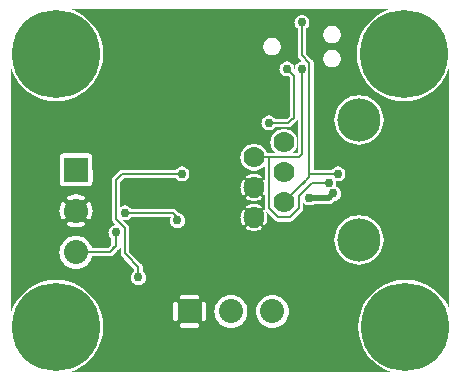
<source format=gbr>
G04 start of page 3 for group 1 idx 1 *
G04 Title: (unknown), bottom *
G04 Creator: pcb 4.0.2 *
G04 CreationDate: Wed Oct 14 23:18:56 2020 UTC *
G04 For: ndholmes *
G04 Format: Gerber/RS-274X *
G04 PCB-Dimensions (mil): 1500.00 1250.00 *
G04 PCB-Coordinate-Origin: lower left *
%MOIN*%
%FSLAX25Y25*%
%LNBOTTOM*%
%ADD41C,0.0390*%
%ADD40C,0.0472*%
%ADD39C,0.1280*%
%ADD38C,0.1285*%
%ADD37C,0.0150*%
%ADD36C,0.0140*%
%ADD35C,0.0300*%
%ADD34C,0.0800*%
%ADD33C,0.1440*%
%ADD32C,0.0700*%
%ADD31C,0.2937*%
%ADD30C,0.0200*%
%ADD29C,0.0080*%
%ADD28C,0.0001*%
G54D28*G36*
X95993Y84513D02*X97201Y85721D01*
X97243Y85757D01*
X97386Y85924D01*
X97386Y85925D01*
X97501Y86112D01*
X97586Y86316D01*
X97600Y86376D01*
Y75080D01*
X97420Y74900D01*
X95993D01*
Y75138D01*
X96192Y75308D01*
X96652Y75847D01*
X97022Y76451D01*
X97293Y77105D01*
X97458Y77794D01*
X97500Y78500D01*
X97458Y79206D01*
X97293Y79895D01*
X97022Y80549D01*
X96652Y81153D01*
X96192Y81692D01*
X95993Y81862D01*
Y84513D01*
G37*
G36*
X117987Y14430D02*X118538Y12138D01*
X119482Y9858D01*
X120772Y7753D01*
X122376Y5876D01*
X124253Y4272D01*
X126358Y2982D01*
X128638Y2038D01*
X128795Y2000D01*
X117987D01*
Y14430D01*
G37*
G36*
Y103348D02*X118038Y103138D01*
X118982Y100858D01*
X120272Y98753D01*
X121876Y96876D01*
X123753Y95272D01*
X125858Y93982D01*
X128138Y93038D01*
X130539Y92461D01*
X133000Y92268D01*
X135461Y92461D01*
X137862Y93038D01*
X140142Y93982D01*
X142247Y95272D01*
X144124Y96876D01*
X145728Y98753D01*
X147018Y100858D01*
X147962Y103138D01*
X148000Y103295D01*
Y22978D01*
X147518Y24142D01*
X146228Y26247D01*
X144624Y28124D01*
X142747Y29728D01*
X140642Y31018D01*
X138362Y31962D01*
X135961Y32539D01*
X133500Y32732D01*
X131039Y32539D01*
X128638Y31962D01*
X126358Y31018D01*
X124253Y29728D01*
X122376Y28124D01*
X120772Y26247D01*
X119482Y24142D01*
X118538Y21862D01*
X117987Y19570D01*
Y37776D01*
X118000Y37775D01*
X119287Y37876D01*
X120542Y38177D01*
X121734Y38671D01*
X122835Y39346D01*
X123816Y40184D01*
X124654Y41165D01*
X125329Y42266D01*
X125823Y43458D01*
X126124Y44713D01*
X126200Y46000D01*
X126124Y47287D01*
X125823Y48542D01*
X125329Y49734D01*
X124654Y50835D01*
X123816Y51816D01*
X122835Y52654D01*
X121734Y53329D01*
X120542Y53823D01*
X119287Y54124D01*
X118000Y54225D01*
X117987Y54224D01*
Y77776D01*
X118000Y77775D01*
X119287Y77876D01*
X120542Y78177D01*
X121734Y78671D01*
X122835Y79346D01*
X123816Y80184D01*
X124654Y81165D01*
X125329Y82266D01*
X125823Y83458D01*
X126124Y84713D01*
X126200Y86000D01*
X126124Y87287D01*
X125823Y88542D01*
X125329Y89734D01*
X124654Y90835D01*
X123816Y91816D01*
X122835Y92654D01*
X121734Y93329D01*
X120542Y93823D01*
X119287Y94124D01*
X118000Y94225D01*
X117987Y94224D01*
Y103348D01*
G37*
G36*
Y123000D02*X128295D01*
X128138Y122962D01*
X125858Y122018D01*
X123753Y120728D01*
X121876Y119124D01*
X120272Y117247D01*
X118982Y115142D01*
X118038Y112862D01*
X117987Y112652D01*
Y123000D01*
G37*
G36*
X108995D02*X117987D01*
Y112652D01*
X117461Y110461D01*
X117268Y108000D01*
X117461Y105539D01*
X117987Y103348D01*
Y94224D01*
X116713Y94124D01*
X115458Y93823D01*
X114266Y93329D01*
X113165Y92654D01*
X112184Y91816D01*
X111346Y90835D01*
X110671Y89734D01*
X110177Y88542D01*
X109876Y87287D01*
X109775Y86000D01*
X109876Y84713D01*
X110177Y83458D01*
X110671Y82266D01*
X111346Y81165D01*
X112184Y80184D01*
X113165Y79346D01*
X114266Y78671D01*
X115458Y78177D01*
X116713Y77876D01*
X117987Y77776D01*
Y54224D01*
X116713Y54124D01*
X115458Y53823D01*
X114266Y53329D01*
X113165Y52654D01*
X112184Y51816D01*
X111346Y50835D01*
X110671Y49734D01*
X110177Y48542D01*
X109876Y47287D01*
X109775Y46000D01*
X109876Y44713D01*
X110177Y43458D01*
X110671Y42266D01*
X111346Y41165D01*
X112184Y40184D01*
X113165Y39346D01*
X114266Y38671D01*
X115458Y38177D01*
X116713Y37876D01*
X117987Y37776D01*
Y19570D01*
X117961Y19461D01*
X117768Y17000D01*
X117961Y14539D01*
X117987Y14430D01*
Y2000D01*
X108995D01*
Y58264D01*
X109179Y58377D01*
X109419Y58581D01*
X109470Y58641D01*
X109848Y59020D01*
X109892Y59023D01*
X110275Y59115D01*
X110638Y59266D01*
X110974Y59471D01*
X111273Y59727D01*
X111529Y60026D01*
X111734Y60362D01*
X111885Y60725D01*
X111977Y61108D01*
X112000Y61500D01*
X111977Y61892D01*
X111885Y62275D01*
X111734Y62638D01*
X111529Y62974D01*
X111273Y63273D01*
X110974Y63529D01*
X110638Y63734D01*
X110275Y63885D01*
X110247Y63892D01*
X110385Y64225D01*
X110477Y64608D01*
X110500Y65000D01*
X110477Y65392D01*
X110435Y65565D01*
X110608Y65523D01*
X111000Y65492D01*
X111392Y65523D01*
X111775Y65615D01*
X112138Y65766D01*
X112474Y65971D01*
X112773Y66227D01*
X113029Y66526D01*
X113234Y66862D01*
X113385Y67225D01*
X113477Y67608D01*
X113500Y68000D01*
X113477Y68392D01*
X113385Y68775D01*
X113234Y69138D01*
X113029Y69474D01*
X112773Y69773D01*
X112474Y70029D01*
X112138Y70234D01*
X111775Y70385D01*
X111392Y70477D01*
X111000Y70508D01*
X110608Y70477D01*
X110225Y70385D01*
X109862Y70234D01*
X109526Y70029D01*
X109227Y69773D01*
X108995Y69502D01*
Y103541D01*
X109000Y103541D01*
X109463Y103577D01*
X109914Y103686D01*
X110343Y103863D01*
X110739Y104106D01*
X111092Y104408D01*
X111394Y104761D01*
X111637Y105157D01*
X111814Y105586D01*
X111923Y106037D01*
X111950Y106500D01*
X111923Y106963D01*
X111814Y107414D01*
X111637Y107843D01*
X111394Y108239D01*
X111092Y108592D01*
X110739Y108894D01*
X110343Y109137D01*
X109914Y109314D01*
X109463Y109423D01*
X109000Y109459D01*
X108995Y109459D01*
Y111541D01*
X109000Y111541D01*
X109463Y111577D01*
X109914Y111686D01*
X110343Y111863D01*
X110739Y112106D01*
X111092Y112408D01*
X111394Y112761D01*
X111637Y113157D01*
X111814Y113586D01*
X111923Y114037D01*
X111950Y114500D01*
X111923Y114963D01*
X111814Y115414D01*
X111637Y115843D01*
X111394Y116239D01*
X111092Y116592D01*
X110739Y116894D01*
X110343Y117137D01*
X109914Y117314D01*
X109463Y117423D01*
X109000Y117459D01*
X108995Y117459D01*
Y123000D01*
G37*
G36*
Y2000D02*X95993D01*
Y52507D01*
X96029Y52549D01*
X98951Y55471D01*
X98993Y55507D01*
X99136Y55674D01*
X99136Y55675D01*
X99251Y55862D01*
X99336Y56066D01*
X99387Y56280D01*
X99404Y56500D01*
X99400Y56555D01*
Y58642D01*
X99471Y58526D01*
X99727Y58227D01*
X100026Y57971D01*
X100362Y57766D01*
X100725Y57615D01*
X101108Y57523D01*
X101500Y57492D01*
X101892Y57523D01*
X102275Y57615D01*
X102638Y57766D01*
X102974Y57971D01*
X103008Y58000D01*
X107922D01*
X108000Y57994D01*
X108314Y58019D01*
X108620Y58092D01*
X108911Y58212D01*
X108995Y58264D01*
Y2000D01*
G37*
G36*
X95993Y123000D02*X108995D01*
Y117459D01*
X108537Y117423D01*
X108086Y117314D01*
X107657Y117137D01*
X107261Y116894D01*
X106908Y116592D01*
X106606Y116239D01*
X106363Y115843D01*
X106186Y115414D01*
X106077Y114963D01*
X106041Y114500D01*
X106077Y114037D01*
X106186Y113586D01*
X106363Y113157D01*
X106606Y112761D01*
X106908Y112408D01*
X107261Y112106D01*
X107657Y111863D01*
X108086Y111686D01*
X108537Y111577D01*
X108995Y111541D01*
Y109459D01*
X108537Y109423D01*
X108086Y109314D01*
X107657Y109137D01*
X107261Y108894D01*
X106908Y108592D01*
X106606Y108239D01*
X106363Y107843D01*
X106186Y107414D01*
X106077Y106963D01*
X106041Y106500D01*
X106077Y106037D01*
X106186Y105586D01*
X106363Y105157D01*
X106606Y104761D01*
X106908Y104408D01*
X107261Y104106D01*
X107657Y103863D01*
X108086Y103686D01*
X108537Y103577D01*
X108995Y103541D01*
Y69502D01*
X108971Y69474D01*
X108926Y69400D01*
X102900D01*
Y104945D01*
X102904Y105000D01*
X102887Y105220D01*
X102836Y105434D01*
X102751Y105638D01*
X102636Y105825D01*
X102636Y105826D01*
X102493Y105993D01*
X102451Y106029D01*
X100400Y108080D01*
Y116426D01*
X100474Y116471D01*
X100773Y116727D01*
X101029Y117026D01*
X101234Y117362D01*
X101385Y117725D01*
X101477Y118108D01*
X101500Y118500D01*
X101477Y118892D01*
X101385Y119275D01*
X101234Y119638D01*
X101029Y119974D01*
X100773Y120273D01*
X100474Y120529D01*
X100138Y120734D01*
X99775Y120885D01*
X99392Y120977D01*
X99000Y121008D01*
X98608Y120977D01*
X98225Y120885D01*
X97862Y120734D01*
X97526Y120529D01*
X97227Y120273D01*
X96971Y119974D01*
X96766Y119638D01*
X96615Y119275D01*
X96523Y118892D01*
X96492Y118500D01*
X96523Y118108D01*
X96615Y117725D01*
X96766Y117362D01*
X96971Y117026D01*
X97227Y116727D01*
X97526Y116471D01*
X97600Y116426D01*
Y107555D01*
X97596Y107500D01*
X97613Y107280D01*
X97664Y107066D01*
X97749Y106862D01*
X97864Y106675D01*
X97864Y106674D01*
X98007Y106507D01*
X98049Y106471D01*
X99013Y105507D01*
X99000Y105508D01*
X98608Y105477D01*
X98225Y105385D01*
X97862Y105234D01*
X97526Y105029D01*
X97227Y104773D01*
X96971Y104474D01*
X96766Y104138D01*
X96615Y103775D01*
X96523Y103392D01*
X96497Y103056D01*
X96477Y103392D01*
X96385Y103775D01*
X96234Y104138D01*
X96029Y104474D01*
X95993Y104516D01*
Y123000D01*
G37*
G36*
Y74900D02*X95714D01*
X95993Y75138D01*
Y74900D01*
G37*
G36*
X89106Y53415D02*X89971Y52549D01*
X90007Y52507D01*
X90174Y52364D01*
X90175Y52364D01*
X90362Y52249D01*
X90566Y52164D01*
X90780Y52113D01*
X91000Y52096D01*
X91055Y52100D01*
X94945D01*
X95000Y52096D01*
X95220Y52113D01*
X95434Y52164D01*
X95638Y52249D01*
X95825Y52364D01*
X95993Y52507D01*
X95993Y52507D01*
Y2000D01*
X89106D01*
Y16657D01*
X89114Y16656D01*
X89977Y16724D01*
X90819Y16926D01*
X91619Y17257D01*
X92357Y17710D01*
X93015Y18272D01*
X93577Y18930D01*
X94030Y19668D01*
X94361Y20468D01*
X94563Y21310D01*
X94614Y22173D01*
X94563Y23036D01*
X94361Y23878D01*
X94030Y24678D01*
X93577Y25416D01*
X93015Y26074D01*
X92357Y26636D01*
X91619Y27089D01*
X90819Y27420D01*
X89977Y27622D01*
X89114Y27690D01*
X89106Y27689D01*
Y53415D01*
G37*
G36*
X83002Y68986D02*X83706Y69042D01*
X84395Y69207D01*
X85049Y69478D01*
X85653Y69848D01*
X86192Y70308D01*
X86600Y70786D01*
Y66018D01*
X86565Y66030D01*
X86487Y66044D01*
X86408Y66045D01*
X86329Y66033D01*
X86254Y66010D01*
X86183Y65975D01*
X86118Y65929D01*
X86061Y65874D01*
X86013Y65811D01*
X85976Y65741D01*
X85951Y65666D01*
X85937Y65588D01*
X85936Y65508D01*
X85948Y65430D01*
X85971Y65354D01*
X86007Y65284D01*
X86157Y65010D01*
X86279Y64723D01*
X86375Y64426D01*
X86444Y64121D01*
X86486Y63812D01*
X86500Y63500D01*
X86486Y63188D01*
X86444Y62879D01*
X86375Y62574D01*
X86279Y62277D01*
X86157Y61990D01*
X86010Y61714D01*
X85974Y61645D01*
X85951Y61569D01*
X85940Y61491D01*
X85941Y61413D01*
X85954Y61335D01*
X85980Y61261D01*
X86016Y61191D01*
X86064Y61128D01*
X86120Y61073D01*
X86184Y61028D01*
X86255Y60993D01*
X86330Y60970D01*
X86408Y60959D01*
X86487Y60960D01*
X86564Y60973D01*
X86600Y60985D01*
Y56555D01*
X86596Y56500D01*
X86613Y56280D01*
X86664Y56066D01*
X86704Y55971D01*
X86640Y56004D01*
X86565Y56030D01*
X86487Y56044D01*
X86408Y56045D01*
X86329Y56033D01*
X86254Y56010D01*
X86183Y55975D01*
X86118Y55929D01*
X86061Y55874D01*
X86013Y55811D01*
X85976Y55741D01*
X85951Y55666D01*
X85937Y55588D01*
X85936Y55508D01*
X85948Y55430D01*
X85971Y55354D01*
X86007Y55284D01*
X86157Y55010D01*
X86279Y54723D01*
X86375Y54426D01*
X86444Y54121D01*
X86486Y53812D01*
X86500Y53500D01*
X86486Y53188D01*
X86444Y52879D01*
X86375Y52574D01*
X86279Y52277D01*
X86157Y51990D01*
X86010Y51714D01*
X85974Y51645D01*
X85951Y51569D01*
X85940Y51491D01*
X85941Y51413D01*
X85954Y51335D01*
X85980Y51261D01*
X86016Y51191D01*
X86064Y51128D01*
X86120Y51073D01*
X86184Y51028D01*
X86255Y50993D01*
X86330Y50970D01*
X86408Y50959D01*
X86487Y50960D01*
X86564Y50973D01*
X86639Y50999D01*
X86708Y51035D01*
X86771Y51083D01*
X86826Y51139D01*
X86870Y51204D01*
X87064Y51556D01*
X87221Y51926D01*
X87344Y52309D01*
X87433Y52700D01*
X87487Y53099D01*
X87504Y53500D01*
X87487Y53901D01*
X87433Y54300D01*
X87344Y54691D01*
X87221Y55074D01*
X87064Y55444D01*
X87049Y55471D01*
X87049Y55471D01*
X89106Y53415D01*
Y27689D01*
X88251Y27622D01*
X87409Y27420D01*
X86609Y27089D01*
X85871Y26636D01*
X85213Y26074D01*
X84651Y25416D01*
X84198Y24678D01*
X83867Y23878D01*
X83665Y23036D01*
X83597Y22173D01*
X83665Y21310D01*
X83867Y20468D01*
X84198Y19668D01*
X84651Y18930D01*
X85213Y18272D01*
X85871Y17710D01*
X86609Y17257D01*
X87409Y16926D01*
X88251Y16724D01*
X89106Y16657D01*
Y2000D01*
X83002D01*
Y48996D01*
X83401Y49013D01*
X83800Y49067D01*
X84191Y49156D01*
X84574Y49279D01*
X84944Y49436D01*
X85298Y49626D01*
X85363Y49671D01*
X85420Y49726D01*
X85468Y49790D01*
X85504Y49860D01*
X85530Y49935D01*
X85544Y50013D01*
X85545Y50092D01*
X85533Y50171D01*
X85510Y50246D01*
X85475Y50317D01*
X85429Y50382D01*
X85374Y50439D01*
X85311Y50487D01*
X85241Y50524D01*
X85166Y50549D01*
X85088Y50563D01*
X85008Y50564D01*
X84930Y50552D01*
X84854Y50529D01*
X84784Y50493D01*
X84510Y50343D01*
X84223Y50221D01*
X83926Y50125D01*
X83621Y50056D01*
X83312Y50014D01*
X83002Y50000D01*
Y57000D01*
X83312Y56986D01*
X83621Y56944D01*
X83926Y56875D01*
X84223Y56779D01*
X84510Y56657D01*
X84786Y56510D01*
X84855Y56474D01*
X84931Y56451D01*
X85009Y56440D01*
X85087Y56441D01*
X85165Y56454D01*
X85239Y56480D01*
X85309Y56516D01*
X85372Y56564D01*
X85427Y56620D01*
X85472Y56684D01*
X85507Y56755D01*
X85530Y56830D01*
X85541Y56908D01*
X85540Y56987D01*
X85527Y57064D01*
X85501Y57139D01*
X85465Y57208D01*
X85417Y57271D01*
X85361Y57326D01*
X85296Y57370D01*
X84944Y57564D01*
X84574Y57721D01*
X84191Y57844D01*
X83800Y57933D01*
X83401Y57987D01*
X83002Y58004D01*
Y58996D01*
X83401Y59013D01*
X83800Y59067D01*
X84191Y59156D01*
X84574Y59279D01*
X84944Y59436D01*
X85298Y59626D01*
X85363Y59671D01*
X85420Y59726D01*
X85468Y59790D01*
X85504Y59860D01*
X85530Y59935D01*
X85544Y60013D01*
X85545Y60092D01*
X85533Y60171D01*
X85510Y60246D01*
X85475Y60317D01*
X85429Y60382D01*
X85374Y60439D01*
X85311Y60487D01*
X85241Y60524D01*
X85166Y60549D01*
X85088Y60563D01*
X85008Y60564D01*
X84930Y60552D01*
X84854Y60529D01*
X84784Y60493D01*
X84510Y60343D01*
X84223Y60221D01*
X83926Y60125D01*
X83621Y60056D01*
X83312Y60014D01*
X83002Y60000D01*
Y67000D01*
X83312Y66986D01*
X83621Y66944D01*
X83926Y66875D01*
X84223Y66779D01*
X84510Y66657D01*
X84786Y66510D01*
X84855Y66474D01*
X84931Y66451D01*
X85009Y66440D01*
X85087Y66441D01*
X85165Y66454D01*
X85239Y66480D01*
X85309Y66516D01*
X85372Y66564D01*
X85427Y66620D01*
X85472Y66684D01*
X85507Y66755D01*
X85530Y66830D01*
X85541Y66908D01*
X85540Y66987D01*
X85527Y67064D01*
X85501Y67139D01*
X85465Y67208D01*
X85417Y67271D01*
X85361Y67326D01*
X85296Y67370D01*
X84944Y67564D01*
X84574Y67721D01*
X84191Y67844D01*
X83800Y67933D01*
X83401Y67987D01*
X83002Y68004D01*
Y68986D01*
G37*
G36*
X88995Y76422D02*X89348Y75847D01*
X89808Y75308D01*
X90286Y74900D01*
X88995D01*
Y76422D01*
G37*
G36*
Y82706D02*X89138Y82766D01*
X89474Y82971D01*
X89773Y83227D01*
X90029Y83526D01*
X90074Y83600D01*
X94445D01*
X94500Y83596D01*
X94720Y83613D01*
X94934Y83664D01*
X95138Y83749D01*
X95325Y83864D01*
X95493Y84007D01*
X95529Y84049D01*
X95993Y84513D01*
Y81862D01*
X95653Y82152D01*
X95049Y82522D01*
X94395Y82793D01*
X93706Y82958D01*
X93000Y83014D01*
X92294Y82958D01*
X91605Y82793D01*
X90951Y82522D01*
X90347Y82152D01*
X89808Y81692D01*
X89348Y81153D01*
X88995Y80578D01*
Y82706D01*
G37*
G36*
Y123000D02*X95993D01*
Y104516D01*
X95773Y104773D01*
X95474Y105029D01*
X95138Y105234D01*
X94775Y105385D01*
X94392Y105477D01*
X94000Y105508D01*
X93608Y105477D01*
X93225Y105385D01*
X92862Y105234D01*
X92526Y105029D01*
X92227Y104773D01*
X91971Y104474D01*
X91766Y104138D01*
X91615Y103775D01*
X91523Y103392D01*
X91492Y103000D01*
X91523Y102608D01*
X91615Y102225D01*
X91766Y101862D01*
X91971Y101526D01*
X92227Y101227D01*
X92526Y100971D01*
X92862Y100766D01*
X93225Y100615D01*
X93608Y100523D01*
X94000Y100492D01*
X94392Y100523D01*
X94477Y100543D01*
X94850Y100170D01*
Y87330D01*
X93920Y86400D01*
X90074D01*
X90029Y86474D01*
X89773Y86773D01*
X89474Y87029D01*
X89138Y87234D01*
X88995Y87294D01*
Y107541D01*
X89000Y107541D01*
X89463Y107577D01*
X89914Y107686D01*
X90343Y107863D01*
X90739Y108106D01*
X91092Y108408D01*
X91394Y108761D01*
X91637Y109157D01*
X91814Y109586D01*
X91923Y110037D01*
X91950Y110500D01*
X91923Y110963D01*
X91814Y111414D01*
X91637Y111843D01*
X91394Y112239D01*
X91092Y112592D01*
X90739Y112894D01*
X90343Y113137D01*
X89914Y113314D01*
X89463Y113423D01*
X89000Y113459D01*
X88995Y113459D01*
Y123000D01*
G37*
G36*
X83002D02*X88995D01*
Y113459D01*
X88537Y113423D01*
X88086Y113314D01*
X87657Y113137D01*
X87261Y112894D01*
X86908Y112592D01*
X86606Y112239D01*
X86363Y111843D01*
X86186Y111414D01*
X86077Y110963D01*
X86041Y110500D01*
X86077Y110037D01*
X86186Y109586D01*
X86363Y109157D01*
X86606Y108761D01*
X86908Y108408D01*
X87261Y108106D01*
X87657Y107863D01*
X88086Y107686D01*
X88537Y107577D01*
X88995Y107541D01*
Y87294D01*
X88775Y87385D01*
X88392Y87477D01*
X88000Y87508D01*
X87608Y87477D01*
X87225Y87385D01*
X86862Y87234D01*
X86526Y87029D01*
X86227Y86773D01*
X85971Y86474D01*
X85766Y86138D01*
X85615Y85775D01*
X85523Y85392D01*
X85492Y85000D01*
X85523Y84608D01*
X85615Y84225D01*
X85766Y83862D01*
X85971Y83526D01*
X86227Y83227D01*
X86526Y82971D01*
X86862Y82766D01*
X87225Y82615D01*
X87608Y82523D01*
X88000Y82492D01*
X88392Y82523D01*
X88775Y82615D01*
X88995Y82706D01*
Y80578D01*
X88978Y80549D01*
X88707Y79895D01*
X88542Y79206D01*
X88486Y78500D01*
X88542Y77794D01*
X88707Y77105D01*
X88978Y76451D01*
X88995Y76422D01*
Y74900D01*
X88055D01*
X88000Y74904D01*
X87945Y74900D01*
X87291D01*
X87022Y75549D01*
X86652Y76153D01*
X86192Y76692D01*
X85653Y77152D01*
X85049Y77522D01*
X84395Y77793D01*
X83706Y77958D01*
X83002Y78014D01*
Y123000D01*
G37*
G36*
X79280Y70959D02*X79348Y70847D01*
X79808Y70308D01*
X80347Y69848D01*
X80951Y69478D01*
X81605Y69207D01*
X82294Y69042D01*
X83000Y68986D01*
X83002Y68986D01*
Y68004D01*
X83000Y68004D01*
X82599Y67987D01*
X82200Y67933D01*
X81809Y67844D01*
X81426Y67721D01*
X81056Y67564D01*
X80702Y67374D01*
X80637Y67329D01*
X80580Y67274D01*
X80532Y67210D01*
X80496Y67140D01*
X80470Y67065D01*
X80456Y66987D01*
X80455Y66908D01*
X80467Y66829D01*
X80490Y66754D01*
X80525Y66683D01*
X80571Y66618D01*
X80626Y66561D01*
X80689Y66513D01*
X80759Y66476D01*
X80834Y66451D01*
X80912Y66437D01*
X80992Y66436D01*
X81070Y66448D01*
X81146Y66471D01*
X81216Y66507D01*
X81490Y66657D01*
X81777Y66779D01*
X82074Y66875D01*
X82379Y66944D01*
X82688Y66986D01*
X83000Y67000D01*
X83002Y67000D01*
Y60000D01*
X83000Y60000D01*
X82688Y60014D01*
X82379Y60056D01*
X82074Y60125D01*
X81777Y60221D01*
X81490Y60343D01*
X81214Y60490D01*
X81145Y60526D01*
X81069Y60549D01*
X80991Y60560D01*
X80913Y60559D01*
X80835Y60546D01*
X80761Y60520D01*
X80691Y60484D01*
X80628Y60436D01*
X80573Y60380D01*
X80528Y60316D01*
X80493Y60245D01*
X80470Y60170D01*
X80459Y60092D01*
X80460Y60013D01*
X80473Y59936D01*
X80499Y59861D01*
X80535Y59792D01*
X80583Y59729D01*
X80639Y59674D01*
X80704Y59630D01*
X81056Y59436D01*
X81426Y59279D01*
X81809Y59156D01*
X82200Y59067D01*
X82599Y59013D01*
X83000Y58996D01*
X83002Y58996D01*
Y58004D01*
X83000Y58004D01*
X82599Y57987D01*
X82200Y57933D01*
X81809Y57844D01*
X81426Y57721D01*
X81056Y57564D01*
X80702Y57374D01*
X80637Y57329D01*
X80580Y57274D01*
X80532Y57210D01*
X80496Y57140D01*
X80470Y57065D01*
X80456Y56987D01*
X80455Y56908D01*
X80467Y56829D01*
X80490Y56754D01*
X80525Y56683D01*
X80571Y56618D01*
X80626Y56561D01*
X80689Y56513D01*
X80759Y56476D01*
X80834Y56451D01*
X80912Y56437D01*
X80992Y56436D01*
X81070Y56448D01*
X81146Y56471D01*
X81216Y56507D01*
X81490Y56657D01*
X81777Y56779D01*
X82074Y56875D01*
X82379Y56944D01*
X82688Y56986D01*
X83000Y57000D01*
X83002Y57000D01*
Y50000D01*
X83000Y50000D01*
X82688Y50014D01*
X82379Y50056D01*
X82074Y50125D01*
X81777Y50221D01*
X81490Y50343D01*
X81214Y50490D01*
X81145Y50526D01*
X81069Y50549D01*
X80991Y50560D01*
X80913Y50559D01*
X80835Y50546D01*
X80761Y50520D01*
X80691Y50484D01*
X80628Y50436D01*
X80573Y50380D01*
X80528Y50316D01*
X80493Y50245D01*
X80470Y50170D01*
X80459Y50092D01*
X80460Y50013D01*
X80473Y49936D01*
X80499Y49861D01*
X80535Y49792D01*
X80583Y49729D01*
X80639Y49674D01*
X80704Y49630D01*
X81056Y49436D01*
X81426Y49279D01*
X81809Y49156D01*
X82200Y49067D01*
X82599Y49013D01*
X83000Y48996D01*
X83002Y48996D01*
Y2000D01*
X79280D01*
Y18323D01*
X79798Y18930D01*
X80251Y19668D01*
X80582Y20468D01*
X80784Y21310D01*
X80835Y22173D01*
X80784Y23036D01*
X80582Y23878D01*
X80251Y24678D01*
X79798Y25416D01*
X79280Y26023D01*
Y51040D01*
X79290Y51032D01*
X79360Y50996D01*
X79435Y50970D01*
X79513Y50956D01*
X79592Y50955D01*
X79671Y50967D01*
X79746Y50990D01*
X79817Y51025D01*
X79882Y51071D01*
X79939Y51126D01*
X79987Y51189D01*
X80024Y51259D01*
X80049Y51334D01*
X80063Y51412D01*
X80064Y51492D01*
X80052Y51570D01*
X80029Y51646D01*
X79993Y51716D01*
X79843Y51990D01*
X79721Y52277D01*
X79625Y52574D01*
X79556Y52879D01*
X79514Y53188D01*
X79500Y53500D01*
X79514Y53812D01*
X79556Y54121D01*
X79625Y54426D01*
X79721Y54723D01*
X79843Y55010D01*
X79990Y55286D01*
X80026Y55355D01*
X80049Y55431D01*
X80060Y55509D01*
X80059Y55587D01*
X80046Y55665D01*
X80020Y55739D01*
X79984Y55809D01*
X79936Y55872D01*
X79880Y55927D01*
X79816Y55972D01*
X79745Y56007D01*
X79670Y56030D01*
X79592Y56041D01*
X79513Y56040D01*
X79436Y56027D01*
X79361Y56001D01*
X79292Y55965D01*
X79280Y55956D01*
Y61040D01*
X79290Y61032D01*
X79360Y60996D01*
X79435Y60970D01*
X79513Y60956D01*
X79592Y60955D01*
X79671Y60967D01*
X79746Y60990D01*
X79817Y61025D01*
X79882Y61071D01*
X79939Y61126D01*
X79987Y61189D01*
X80024Y61259D01*
X80049Y61334D01*
X80063Y61412D01*
X80064Y61492D01*
X80052Y61570D01*
X80029Y61646D01*
X79993Y61716D01*
X79843Y61990D01*
X79721Y62277D01*
X79625Y62574D01*
X79556Y62879D01*
X79514Y63188D01*
X79500Y63500D01*
X79514Y63812D01*
X79556Y64121D01*
X79625Y64426D01*
X79721Y64723D01*
X79843Y65010D01*
X79990Y65286D01*
X80026Y65355D01*
X80049Y65431D01*
X80060Y65509D01*
X80059Y65587D01*
X80046Y65665D01*
X80020Y65739D01*
X79984Y65809D01*
X79936Y65872D01*
X79880Y65927D01*
X79816Y65972D01*
X79745Y66007D01*
X79670Y66030D01*
X79592Y66041D01*
X79513Y66040D01*
X79436Y66027D01*
X79361Y66001D01*
X79292Y65965D01*
X79280Y65956D01*
Y70959D01*
G37*
G36*
Y123000D02*X83002D01*
Y78014D01*
X83000Y78014D01*
X82294Y77958D01*
X81605Y77793D01*
X80951Y77522D01*
X80347Y77152D01*
X79808Y76692D01*
X79348Y76153D01*
X79280Y76041D01*
Y123000D01*
G37*
G36*
X66305D02*X79280D01*
Y76041D01*
X78978Y75549D01*
X78707Y74895D01*
X78542Y74206D01*
X78486Y73500D01*
X78542Y72794D01*
X78707Y72105D01*
X78978Y71451D01*
X79280Y70959D01*
Y65956D01*
X79229Y65917D01*
X79174Y65861D01*
X79130Y65796D01*
X78936Y65444D01*
X78779Y65074D01*
X78656Y64691D01*
X78567Y64300D01*
X78513Y63901D01*
X78496Y63500D01*
X78513Y63099D01*
X78567Y62700D01*
X78656Y62309D01*
X78779Y61926D01*
X78936Y61556D01*
X79126Y61202D01*
X79171Y61137D01*
X79226Y61080D01*
X79280Y61040D01*
Y55956D01*
X79229Y55917D01*
X79174Y55861D01*
X79130Y55796D01*
X78936Y55444D01*
X78779Y55074D01*
X78656Y54691D01*
X78567Y54300D01*
X78513Y53901D01*
X78496Y53500D01*
X78513Y53099D01*
X78567Y52700D01*
X78656Y52309D01*
X78779Y51926D01*
X78936Y51556D01*
X79126Y51202D01*
X79171Y51137D01*
X79226Y51080D01*
X79280Y51040D01*
Y26023D01*
X79236Y26074D01*
X78578Y26636D01*
X77840Y27089D01*
X77040Y27420D01*
X76198Y27622D01*
X75335Y27690D01*
X74472Y27622D01*
X73630Y27420D01*
X72830Y27089D01*
X72092Y26636D01*
X71434Y26074D01*
X70872Y25416D01*
X70419Y24678D01*
X70088Y23878D01*
X69886Y23036D01*
X69818Y22173D01*
X69886Y21310D01*
X70088Y20468D01*
X70419Y19668D01*
X70872Y18930D01*
X71434Y18272D01*
X72092Y17710D01*
X72830Y17257D01*
X73630Y16926D01*
X74472Y16724D01*
X75335Y16656D01*
X76198Y16724D01*
X77040Y16926D01*
X77840Y17257D01*
X78578Y17710D01*
X79236Y18272D01*
X79280Y18323D01*
Y2000D01*
X66305D01*
Y18921D01*
X66423Y18930D01*
X66537Y18958D01*
X66647Y19003D01*
X66747Y19064D01*
X66837Y19141D01*
X66914Y19231D01*
X66975Y19331D01*
X67020Y19441D01*
X67048Y19555D01*
X67055Y19673D01*
Y24673D01*
X67048Y24791D01*
X67020Y24905D01*
X66975Y25015D01*
X66914Y25115D01*
X66837Y25205D01*
X66747Y25282D01*
X66647Y25343D01*
X66537Y25388D01*
X66423Y25416D01*
X66305Y25425D01*
Y123000D01*
G37*
G36*
X61555D02*X66305D01*
Y25425D01*
X66187Y25416D01*
X66073Y25388D01*
X65963Y25343D01*
X65863Y25282D01*
X65773Y25205D01*
X65696Y25115D01*
X65635Y25015D01*
X65590Y24905D01*
X65562Y24791D01*
X65555Y24673D01*
Y19673D01*
X65562Y19555D01*
X65590Y19441D01*
X65635Y19331D01*
X65696Y19231D01*
X65773Y19141D01*
X65863Y19064D01*
X65963Y19003D01*
X66073Y18958D01*
X66187Y18930D01*
X66305Y18921D01*
Y2000D01*
X61555D01*
Y16673D01*
X64055D01*
X64173Y16680D01*
X64287Y16708D01*
X64397Y16753D01*
X64497Y16814D01*
X64587Y16891D01*
X64664Y16981D01*
X64725Y17081D01*
X64770Y17191D01*
X64798Y17305D01*
X64807Y17423D01*
X64798Y17541D01*
X64770Y17655D01*
X64725Y17765D01*
X64664Y17865D01*
X64587Y17955D01*
X64497Y18032D01*
X64397Y18093D01*
X64287Y18138D01*
X64173Y18166D01*
X64055Y18173D01*
X61555D01*
Y26173D01*
X64055D01*
X64173Y26180D01*
X64287Y26208D01*
X64397Y26253D01*
X64497Y26314D01*
X64587Y26391D01*
X64664Y26481D01*
X64725Y26581D01*
X64770Y26691D01*
X64798Y26805D01*
X64807Y26923D01*
X64798Y27041D01*
X64770Y27155D01*
X64725Y27265D01*
X64664Y27365D01*
X64587Y27455D01*
X64497Y27532D01*
X64397Y27593D01*
X64287Y27638D01*
X64173Y27666D01*
X64055Y27673D01*
X61555D01*
Y123000D01*
G37*
G36*
X56805D02*X61555D01*
Y27673D01*
X59055D01*
X58937Y27666D01*
X58823Y27638D01*
X58713Y27593D01*
X58613Y27532D01*
X58523Y27455D01*
X58446Y27365D01*
X58385Y27265D01*
X58340Y27155D01*
X58312Y27041D01*
X58303Y26923D01*
X58312Y26805D01*
X58340Y26691D01*
X58385Y26581D01*
X58446Y26481D01*
X58523Y26391D01*
X58613Y26314D01*
X58713Y26253D01*
X58823Y26208D01*
X58937Y26180D01*
X59055Y26173D01*
X61555D01*
Y18173D01*
X59055D01*
X58937Y18166D01*
X58823Y18138D01*
X58713Y18093D01*
X58613Y18032D01*
X58523Y17955D01*
X58446Y17865D01*
X58385Y17765D01*
X58340Y17655D01*
X58312Y17541D01*
X58303Y17423D01*
X58312Y17305D01*
X58340Y17191D01*
X58385Y17081D01*
X58446Y16981D01*
X58523Y16891D01*
X58613Y16814D01*
X58713Y16753D01*
X58823Y16708D01*
X58937Y16680D01*
X59055Y16673D01*
X61555D01*
Y2000D01*
X56805D01*
Y18921D01*
X56923Y18930D01*
X57037Y18958D01*
X57147Y19003D01*
X57247Y19064D01*
X57337Y19141D01*
X57414Y19231D01*
X57475Y19331D01*
X57520Y19441D01*
X57548Y19555D01*
X57555Y19673D01*
Y24673D01*
X57548Y24791D01*
X57520Y24905D01*
X57475Y25015D01*
X57414Y25115D01*
X57337Y25205D01*
X57247Y25282D01*
X57147Y25343D01*
X57037Y25388D01*
X56923Y25416D01*
X56805Y25425D01*
Y50096D01*
X57108Y50023D01*
X57500Y49992D01*
X57892Y50023D01*
X58275Y50115D01*
X58638Y50266D01*
X58974Y50471D01*
X59273Y50727D01*
X59529Y51026D01*
X59734Y51362D01*
X59885Y51725D01*
X59977Y52108D01*
X60000Y52500D01*
X59977Y52892D01*
X59885Y53275D01*
X59734Y53638D01*
X59529Y53974D01*
X59273Y54273D01*
X58974Y54529D01*
X58638Y54734D01*
X58275Y54885D01*
X58038Y54942D01*
X57029Y55951D01*
X56993Y55993D01*
X56826Y56136D01*
X56825Y56136D01*
X56805Y56149D01*
Y66600D01*
X56926D01*
X56971Y66526D01*
X57227Y66227D01*
X57526Y65971D01*
X57862Y65766D01*
X58225Y65615D01*
X58608Y65523D01*
X59000Y65492D01*
X59392Y65523D01*
X59775Y65615D01*
X60138Y65766D01*
X60474Y65971D01*
X60773Y66227D01*
X61029Y66526D01*
X61234Y66862D01*
X61385Y67225D01*
X61477Y67608D01*
X61500Y68000D01*
X61477Y68392D01*
X61385Y68775D01*
X61234Y69138D01*
X61029Y69474D01*
X60773Y69773D01*
X60474Y70029D01*
X60138Y70234D01*
X59775Y70385D01*
X59392Y70477D01*
X59000Y70508D01*
X58608Y70477D01*
X58225Y70385D01*
X57862Y70234D01*
X57526Y70029D01*
X57227Y69773D01*
X56971Y69474D01*
X56926Y69400D01*
X56805D01*
Y123000D01*
G37*
G36*
Y56149D02*X56638Y56251D01*
X56434Y56336D01*
X56220Y56387D01*
X56000Y56404D01*
X55945Y56400D01*
X42074D01*
X42029Y56474D01*
X41773Y56773D01*
X41474Y57029D01*
X41138Y57234D01*
X40775Y57385D01*
X40392Y57477D01*
X40000Y57508D01*
X39828Y57494D01*
Y66600D01*
X56805D01*
Y56149D01*
G37*
G36*
Y2000D02*X39828D01*
Y39692D01*
X43100Y36420D01*
Y35574D01*
X43026Y35529D01*
X42727Y35273D01*
X42471Y34974D01*
X42266Y34638D01*
X42115Y34275D01*
X42023Y33892D01*
X41992Y33500D01*
X42023Y33108D01*
X42115Y32725D01*
X42266Y32362D01*
X42471Y32026D01*
X42727Y31727D01*
X43026Y31471D01*
X43362Y31266D01*
X43725Y31115D01*
X44108Y31023D01*
X44500Y30992D01*
X44892Y31023D01*
X45275Y31115D01*
X45638Y31266D01*
X45974Y31471D01*
X46273Y31727D01*
X46529Y32026D01*
X46734Y32362D01*
X46885Y32725D01*
X46977Y33108D01*
X47000Y33500D01*
X46977Y33892D01*
X46885Y34275D01*
X46734Y34638D01*
X46529Y34974D01*
X46273Y35273D01*
X45974Y35529D01*
X45900Y35574D01*
Y36945D01*
X45904Y37000D01*
X45887Y37220D01*
X45836Y37434D01*
X45751Y37638D01*
X45636Y37825D01*
X45636Y37826D01*
X45493Y37993D01*
X45451Y38029D01*
X41400Y42080D01*
Y49945D01*
X41404Y50000D01*
X41387Y50220D01*
X41336Y50434D01*
X41251Y50638D01*
X41136Y50825D01*
X41136Y50826D01*
X40993Y50993D01*
X40951Y51029D01*
X39828Y52152D01*
Y52506D01*
X40000Y52492D01*
X40392Y52523D01*
X40775Y52615D01*
X41138Y52766D01*
X41474Y52971D01*
X41773Y53227D01*
X42029Y53526D01*
X42074Y53600D01*
X55250D01*
X55115Y53275D01*
X55023Y52892D01*
X54992Y52500D01*
X55023Y52108D01*
X55115Y51725D01*
X55266Y51362D01*
X55471Y51026D01*
X55727Y50727D01*
X56026Y50471D01*
X56362Y50266D01*
X56725Y50115D01*
X56805Y50096D01*
Y25425D01*
X56687Y25416D01*
X56573Y25388D01*
X56463Y25343D01*
X56363Y25282D01*
X56273Y25205D01*
X56196Y25115D01*
X56135Y25015D01*
X56090Y24905D01*
X56062Y24791D01*
X56055Y24673D01*
Y19673D01*
X56062Y19555D01*
X56090Y19441D01*
X56135Y19331D01*
X56196Y19231D01*
X56273Y19141D01*
X56363Y19064D01*
X56463Y19003D01*
X56573Y18958D01*
X56687Y18930D01*
X56805Y18921D01*
Y2000D01*
G37*
G36*
X39828Y123000D02*X56805D01*
Y69400D01*
X39828D01*
Y123000D01*
G37*
G36*
Y57494D02*X39608Y57477D01*
X39225Y57385D01*
X38862Y57234D01*
X38526Y57029D01*
X38400Y56921D01*
Y65420D01*
X39580Y66600D01*
X39828D01*
Y57494D01*
G37*
G36*
Y52152D02*X39409Y52571D01*
X39608Y52523D01*
X39828Y52506D01*
Y52152D01*
G37*
G36*
X23673Y36369D02*X24536Y36437D01*
X25378Y36639D01*
X26178Y36970D01*
X26916Y37423D01*
X27574Y37985D01*
X28136Y38643D01*
X28589Y39381D01*
X28920Y40181D01*
X28993Y40486D01*
X34831D01*
X34886Y40482D01*
X35105Y40499D01*
X35106Y40499D01*
X35106Y40499D01*
X35106D01*
X35129Y40504D01*
X35320Y40550D01*
X35320Y40550D01*
X35320Y40550D01*
X35358Y40566D01*
X35524Y40635D01*
X35524Y40635D01*
X35524Y40635D01*
X35587Y40673D01*
X35711Y40750D01*
X35711Y40750D01*
X35711Y40750D01*
X35712Y40750D01*
X35879Y40893D01*
X35915Y40935D01*
X37440Y42460D01*
X37496Y42474D01*
X37729Y42570D01*
X37943Y42702D01*
X38135Y42865D01*
X38298Y43057D01*
X38430Y43271D01*
X38526Y43504D01*
X38585Y43749D01*
X38600Y44000D01*
Y41555D01*
X38596Y41500D01*
X38613Y41280D01*
X38664Y41066D01*
X38749Y40862D01*
X38864Y40675D01*
X38864Y40674D01*
X39007Y40507D01*
X39049Y40471D01*
X39828Y39692D01*
Y2000D01*
X23673D01*
Y2788D01*
X24142Y2982D01*
X26247Y4272D01*
X28124Y5876D01*
X29728Y7753D01*
X31018Y9858D01*
X31962Y12138D01*
X32539Y14539D01*
X32684Y17000D01*
X32539Y19461D01*
X31962Y21862D01*
X31018Y24142D01*
X29728Y26247D01*
X28124Y28124D01*
X26247Y29728D01*
X24142Y31018D01*
X23673Y31212D01*
Y36369D01*
G37*
G36*
X28166Y123000D02*X39828D01*
Y69400D01*
X39055D01*
X39000Y69404D01*
X38780Y69387D01*
X38566Y69336D01*
X38362Y69251D01*
X38175Y69136D01*
X38174Y69136D01*
X38007Y68993D01*
X37971Y68951D01*
X36049Y67029D01*
X36007Y66993D01*
X35864Y66825D01*
X35749Y66638D01*
X35664Y66434D01*
X35613Y66220D01*
X35596Y66000D01*
X35600Y65945D01*
Y53055D01*
X35596Y53000D01*
X35613Y52780D01*
X35664Y52566D01*
X35749Y52362D01*
X35864Y52175D01*
X35864Y52174D01*
X36007Y52007D01*
X36049Y51971D01*
X37013Y51007D01*
X37000Y51008D01*
X36608Y50977D01*
X36225Y50885D01*
X35862Y50734D01*
X35526Y50529D01*
X35227Y50273D01*
X34971Y49974D01*
X34766Y49638D01*
X34615Y49275D01*
X34523Y48892D01*
X34492Y48500D01*
X34523Y48108D01*
X34615Y47725D01*
X34766Y47362D01*
X34971Y47026D01*
X35227Y46727D01*
X35400Y46579D01*
Y44380D01*
X34306Y43286D01*
X28993D01*
X28920Y43591D01*
X28589Y44391D01*
X28166Y45081D01*
Y52810D01*
X28251Y52846D01*
X28352Y52908D01*
X28442Y52984D01*
X28518Y53074D01*
X28578Y53176D01*
X28795Y53645D01*
X28962Y54134D01*
X29082Y54637D01*
X29155Y55149D01*
X29179Y55665D01*
X29155Y56181D01*
X29082Y56693D01*
X28962Y57196D01*
X28795Y57685D01*
X28583Y58157D01*
X28522Y58258D01*
X28445Y58349D01*
X28355Y58426D01*
X28253Y58488D01*
X28166Y58525D01*
Y64025D01*
X28356Y64104D01*
X28557Y64228D01*
X28737Y64381D01*
X28890Y64561D01*
X29014Y64762D01*
X29104Y64980D01*
X29159Y65210D01*
X29173Y65445D01*
X29159Y73680D01*
X29104Y73910D01*
X29014Y74128D01*
X28890Y74329D01*
X28737Y74509D01*
X28557Y74662D01*
X28356Y74786D01*
X28166Y74865D01*
Y96924D01*
X29728Y98753D01*
X31018Y100858D01*
X31962Y103138D01*
X32539Y105539D01*
X32684Y108000D01*
X32539Y110461D01*
X31962Y112862D01*
X31018Y115142D01*
X29728Y117247D01*
X28166Y119076D01*
Y123000D01*
G37*
G36*
Y74865D02*X28138Y74876D01*
X27908Y74931D01*
X27673Y74945D01*
X23673Y74938D01*
Y93788D01*
X24142Y93982D01*
X26247Y95272D01*
X28124Y96876D01*
X28166Y96924D01*
Y74865D01*
G37*
G36*
Y45081D02*X28136Y45129D01*
X27574Y45787D01*
X26916Y46349D01*
X26178Y46802D01*
X25378Y47133D01*
X24536Y47335D01*
X23673Y47403D01*
Y50159D01*
X24189Y50183D01*
X24701Y50256D01*
X25204Y50376D01*
X25693Y50543D01*
X26165Y50755D01*
X26266Y50816D01*
X26357Y50893D01*
X26434Y50983D01*
X26496Y51085D01*
X26542Y51194D01*
X26570Y51310D01*
X26579Y51428D01*
X26570Y51546D01*
X26543Y51662D01*
X26497Y51772D01*
X26435Y51873D01*
X26359Y51963D01*
X26268Y52041D01*
X26167Y52103D01*
X26058Y52149D01*
X25942Y52176D01*
X25824Y52186D01*
X25705Y52177D01*
X25590Y52149D01*
X25481Y52102D01*
X25141Y51944D01*
X24785Y51823D01*
X24420Y51735D01*
X24048Y51683D01*
X23673Y51665D01*
Y59665D01*
X24048Y59647D01*
X24420Y59595D01*
X24785Y59507D01*
X25141Y59386D01*
X25483Y59232D01*
X25591Y59185D01*
X25706Y59158D01*
X25824Y59148D01*
X25941Y59158D01*
X26056Y59186D01*
X26165Y59231D01*
X26266Y59293D01*
X26355Y59370D01*
X26432Y59460D01*
X26493Y59560D01*
X26538Y59669D01*
X26566Y59784D01*
X26575Y59902D01*
X26565Y60020D01*
X26538Y60134D01*
X26492Y60243D01*
X26430Y60344D01*
X26354Y60434D01*
X26264Y60510D01*
X26162Y60570D01*
X25693Y60787D01*
X25204Y60954D01*
X24701Y61074D01*
X24189Y61147D01*
X23673Y61171D01*
Y63952D01*
X27908Y63959D01*
X28138Y64014D01*
X28166Y64025D01*
Y58525D01*
X28144Y58534D01*
X28028Y58562D01*
X27910Y58571D01*
X27792Y58562D01*
X27676Y58535D01*
X27566Y58489D01*
X27465Y58427D01*
X27375Y58351D01*
X27297Y58260D01*
X27235Y58159D01*
X27189Y58050D01*
X27162Y57934D01*
X27152Y57816D01*
X27161Y57697D01*
X27189Y57582D01*
X27236Y57473D01*
X27394Y57133D01*
X27515Y56777D01*
X27603Y56412D01*
X27655Y56040D01*
X27673Y55665D01*
X27655Y55290D01*
X27603Y54918D01*
X27515Y54553D01*
X27394Y54197D01*
X27240Y53855D01*
X27193Y53747D01*
X27166Y53632D01*
X27156Y53514D01*
X27166Y53397D01*
X27194Y53282D01*
X27239Y53173D01*
X27301Y53072D01*
X27378Y52983D01*
X27468Y52906D01*
X27568Y52845D01*
X27677Y52800D01*
X27792Y52772D01*
X27910Y52763D01*
X28028Y52773D01*
X28142Y52800D01*
X28166Y52810D01*
Y45081D01*
G37*
G36*
X23673Y123000D02*X28166D01*
Y119076D01*
X28124Y119124D01*
X26247Y120728D01*
X24142Y122018D01*
X23673Y122212D01*
Y123000D01*
G37*
G36*
Y2000D02*X21705D01*
X21862Y2038D01*
X23673Y2788D01*
Y2000D01*
G37*
G36*
X19180Y92439D02*X19461Y92461D01*
X21862Y93038D01*
X23673Y93788D01*
Y74938D01*
X19438Y74931D01*
X19208Y74876D01*
X19180Y74865D01*
Y92439D01*
G37*
G36*
Y38691D02*X19210Y38643D01*
X19772Y37985D01*
X20430Y37423D01*
X21168Y36970D01*
X21968Y36639D01*
X22810Y36437D01*
X23673Y36369D01*
Y31212D01*
X21862Y31962D01*
X19461Y32539D01*
X19180Y32561D01*
Y38691D01*
G37*
G36*
X23673Y47403D02*X22810Y47335D01*
X21968Y47133D01*
X21168Y46802D01*
X20430Y46349D01*
X19772Y45787D01*
X19210Y45129D01*
X19180Y45081D01*
Y52805D01*
X19202Y52796D01*
X19318Y52768D01*
X19436Y52759D01*
X19554Y52768D01*
X19670Y52795D01*
X19780Y52841D01*
X19881Y52903D01*
X19971Y52979D01*
X20049Y53070D01*
X20111Y53171D01*
X20157Y53280D01*
X20184Y53396D01*
X20194Y53514D01*
X20185Y53633D01*
X20157Y53748D01*
X20110Y53857D01*
X19952Y54197D01*
X19831Y54553D01*
X19743Y54918D01*
X19691Y55290D01*
X19673Y55665D01*
X19691Y56040D01*
X19743Y56412D01*
X19831Y56777D01*
X19952Y57133D01*
X20106Y57475D01*
X20153Y57583D01*
X20180Y57698D01*
X20190Y57816D01*
X20180Y57933D01*
X20152Y58048D01*
X20107Y58157D01*
X20045Y58258D01*
X19968Y58347D01*
X19878Y58424D01*
X19778Y58485D01*
X19669Y58530D01*
X19554Y58558D01*
X19436Y58567D01*
X19318Y58557D01*
X19204Y58530D01*
X19180Y58520D01*
Y64025D01*
X19208Y64014D01*
X19438Y63959D01*
X19673Y63945D01*
X23673Y63952D01*
Y61171D01*
X23673D01*
X23157Y61147D01*
X22645Y61074D01*
X22142Y60954D01*
X21653Y60787D01*
X21181Y60575D01*
X21080Y60514D01*
X20989Y60437D01*
X20912Y60347D01*
X20850Y60245D01*
X20804Y60136D01*
X20776Y60020D01*
X20767Y59902D01*
X20776Y59784D01*
X20803Y59668D01*
X20849Y59558D01*
X20911Y59457D01*
X20987Y59367D01*
X21078Y59289D01*
X21179Y59227D01*
X21288Y59181D01*
X21404Y59154D01*
X21522Y59144D01*
X21641Y59153D01*
X21756Y59181D01*
X21865Y59228D01*
X22205Y59386D01*
X22561Y59507D01*
X22926Y59595D01*
X23298Y59647D01*
X23673Y59665D01*
Y51665D01*
X23298Y51683D01*
X22926Y51735D01*
X22561Y51823D01*
X22205Y51944D01*
X21863Y52098D01*
X21755Y52145D01*
X21640Y52172D01*
X21522Y52182D01*
X21405Y52172D01*
X21290Y52144D01*
X21181Y52099D01*
X21080Y52037D01*
X20991Y51960D01*
X20914Y51870D01*
X20853Y51770D01*
X20808Y51661D01*
X20780Y51546D01*
X20771Y51428D01*
X20781Y51310D01*
X20808Y51196D01*
X20854Y51087D01*
X20916Y50986D01*
X20992Y50896D01*
X21082Y50820D01*
X21184Y50760D01*
X21653Y50543D01*
X22142Y50376D01*
X22645Y50256D01*
X23157Y50183D01*
X23673Y50159D01*
X23673D01*
Y47403D01*
G37*
G36*
X19180Y45081D02*X18757Y44391D01*
X18426Y43591D01*
X18224Y42749D01*
X18156Y41886D01*
X18224Y41023D01*
X18426Y40181D01*
X18757Y39381D01*
X19180Y38691D01*
Y32561D01*
X17000Y32732D01*
X14539Y32539D01*
X12138Y31962D01*
X9858Y31018D01*
X7753Y29728D01*
X5876Y28124D01*
X4272Y26247D01*
X2982Y24142D01*
X2038Y21862D01*
X2000Y21705D01*
Y103295D01*
X2038Y103138D01*
X2982Y100858D01*
X4272Y98753D01*
X5876Y96876D01*
X7753Y95272D01*
X9858Y93982D01*
X12138Y93038D01*
X14539Y92461D01*
X17000Y92268D01*
X19180Y92439D01*
Y74865D01*
X18990Y74786D01*
X18789Y74662D01*
X18609Y74509D01*
X18456Y74329D01*
X18332Y74128D01*
X18242Y73910D01*
X18187Y73680D01*
X18173Y73445D01*
X18187Y65210D01*
X18242Y64980D01*
X18332Y64762D01*
X18456Y64561D01*
X18609Y64381D01*
X18789Y64228D01*
X18990Y64104D01*
X19180Y64025D01*
Y58520D01*
X19095Y58484D01*
X18994Y58422D01*
X18904Y58346D01*
X18828Y58256D01*
X18768Y58154D01*
X18551Y57685D01*
X18384Y57196D01*
X18264Y56693D01*
X18191Y56181D01*
X18167Y55665D01*
X18191Y55149D01*
X18264Y54637D01*
X18384Y54134D01*
X18551Y53645D01*
X18763Y53173D01*
X18824Y53072D01*
X18901Y52981D01*
X18991Y52904D01*
X19093Y52842D01*
X19180Y52805D01*
Y45081D01*
G37*
G36*
X21705Y123000D02*X23673D01*
Y122212D01*
X21862Y122962D01*
X21705Y123000D01*
G37*
G54D29*X99000Y118500D02*Y107500D01*
X101500Y105000D01*
Y100500D01*
X94000Y103000D02*X96000Y101000D01*
X96250Y100750D02*X95250Y101750D01*
X83000Y73500D02*X98000D01*
X99000Y74500D01*
X88000Y85000D02*X94500D01*
X100500Y66000D02*X93000Y58500D01*
X88000Y73500D02*Y56500D01*
X91000Y53500D01*
X95000D01*
X98000Y56500D01*
Y60500D01*
X99000Y74500D02*Y103000D01*
X96000Y86500D02*X94500Y85000D01*
X95500Y86000D02*X96250Y86750D01*
Y100750D01*
X101500Y102000D02*Y67000D01*
X99250Y64750D01*
X98000Y60500D02*X102500Y65000D01*
X101500Y68000D02*X111000D01*
X102500Y65000D02*X108000D01*
G54D30*Y60000D02*X109500Y61500D01*
X101500Y60000D02*X108000D01*
G54D29*X23673Y41886D02*X33886D01*
X37000Y48500D02*Y44000D01*
X35000Y42000D01*
X32386Y41886D02*X34886D01*
X36500Y43500D01*
X40000Y41500D02*X44500Y37000D01*
Y33500D02*Y37000D01*
X43500Y38000D01*
X40000Y41500D02*X42250Y39250D01*
X59000Y68000D02*X39000D01*
X37000Y66000D01*
Y53000D01*
X40000Y50000D01*
Y41500D01*
Y55000D02*X56000D01*
X57500Y52500D02*Y53500D01*
X56000Y55000D01*
X54000D01*
G54D31*X133500Y17000D03*
G54D32*X83000Y53500D03*
G54D33*X118000Y46000D03*
G54D28*G36*
X57555Y26173D02*Y18173D01*
X65555D01*
Y26173D01*
X57555D01*
G37*
G54D34*X75335Y22173D03*
X89114D03*
G54D31*X133000Y108000D03*
G54D33*X118000Y86000D03*
G54D31*X17000Y17000D03*
Y108000D03*
G54D28*G36*
X19673Y73445D02*Y65445D01*
X27673D01*
Y73445D01*
X19673D01*
G37*
G54D34*X23673Y55665D03*
Y41886D03*
G54D32*X93000Y58500D03*
X83000Y63500D03*
Y73500D03*
X93000Y68500D03*
Y78500D03*
G54D35*X104000Y118500D03*
X99000Y103000D03*
X94000D03*
X99000Y118500D03*
X88000Y85000D03*
X52500Y106000D03*
Y102000D03*
X54000Y95500D03*
X58000D03*
X67500Y106000D03*
Y102000D03*
X62000Y95500D03*
X66000D03*
X54000Y18500D03*
Y22500D03*
Y26500D03*
X105500Y20500D03*
X39000Y34500D03*
Y30500D03*
X44500Y33500D03*
X40000Y55000D03*
X37000Y48500D03*
X59000Y68000D03*
X57500Y52500D03*
X111000Y68000D03*
X108000Y65000D03*
X101500Y60000D03*
X109500Y61500D03*
X120000Y60094D03*
X123500D03*
X43000Y59500D03*
X47000D03*
G54D36*G54D37*G54D36*G54D37*G54D36*G54D37*G54D38*G54D35*G54D39*G54D40*G54D38*G54D41*G54D39*G54D38*G54D40*G54D35*M02*

</source>
